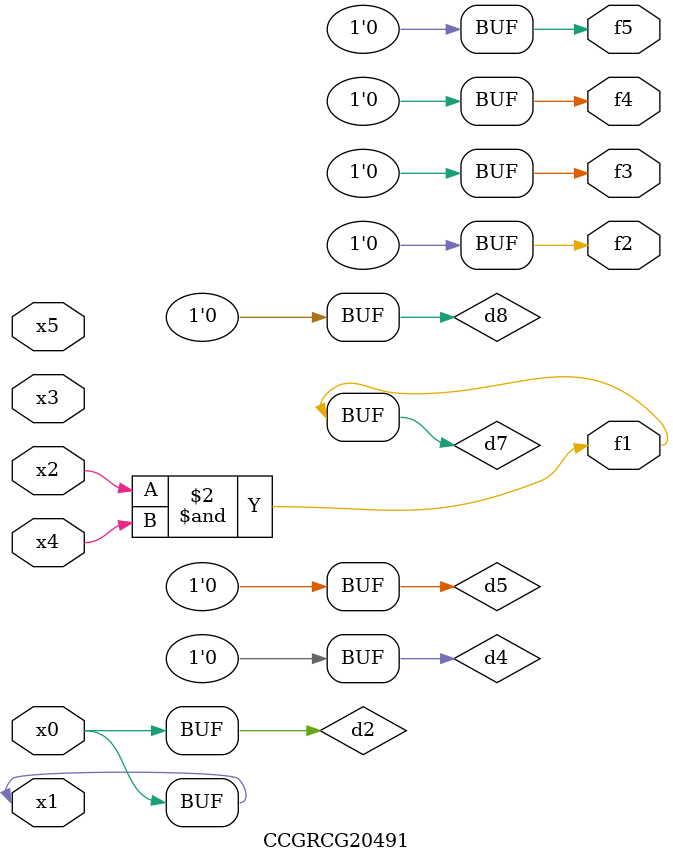
<source format=v>
module CCGRCG20491(
	input x0, x1, x2, x3, x4, x5,
	output f1, f2, f3, f4, f5
);

	wire d1, d2, d3, d4, d5, d6, d7, d8, d9;

	nand (d1, x1);
	buf (d2, x0, x1);
	nand (d3, x2, x4);
	and (d4, d1, d2);
	and (d5, d1, d2);
	nand (d6, d1, d3);
	not (d7, d3);
	xor (d8, d5);
	nor (d9, d5, d6);
	assign f1 = d7;
	assign f2 = d8;
	assign f3 = d8;
	assign f4 = d8;
	assign f5 = d8;
endmodule

</source>
